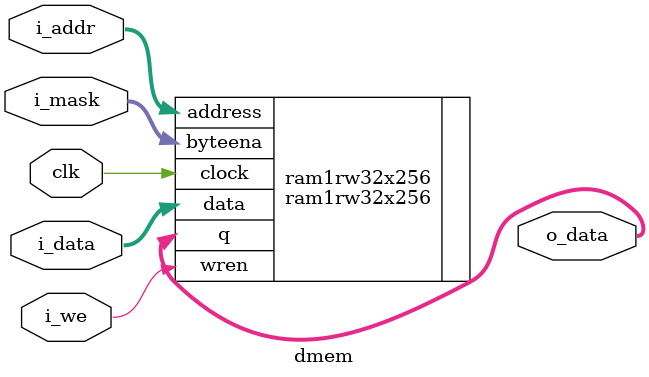
<source format=v>
module dmem(
    input  wire clk,

    input  wire         i_we,
    input  wire   [3:0] i_mask,
    input  wire   [7:0] i_addr,
    input  wire  [31:0] i_data,
    output wire  [31:0] o_data
);

`ifdef __ICARUS__

reg  [31:0] mem [0:255];
reg   [7:0] addr;
reg   [3:0] mask;
reg         we;
reg [31:0] data;

always @(posedge clk) begin
    addr <= i_addr;
    we   <= i_we;
    mask <= i_mask;
    data <= i_data;
end

always @(addr, we, mask, data) begin
    if (we) begin
        if (mask[0])
            mem[addr][7:0]   = data[7:0];
        if (mask[1])
            mem[addr][15:8]  = data[15:8];
        if (mask[2])
            mem[addr][23:16] = data[23:16];
        if (mask[3])
            mem[addr][31:24] = data[31:24];
    end
end

assign o_data = mem[addr];

`else
 
ram1rw32x256 ram1rw32x256(
    .address    (i_addr ),
    .byteena    (i_mask ),
    .clock      (clk    ),
    .data       (i_data ),
    .wren       (i_we   ),
    .q          (o_data )
);

`endif

endmodule


</source>
